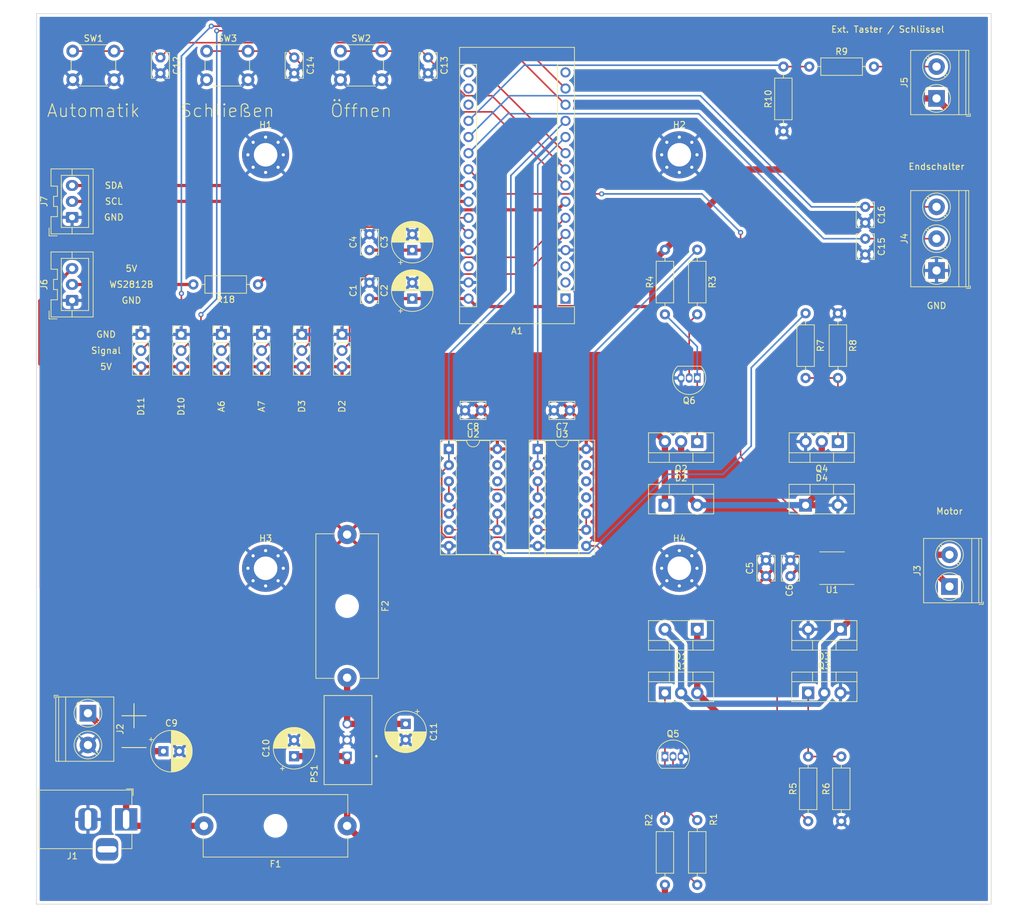
<source format=kicad_pcb>
(kicad_pcb (version 20211014) (generator pcbnew)
  (layers (0 "F.Cu" signal) (31 "B.Cu" signal) (34 "B.Paste" user) (35 "F.Paste" user) (36 "B.SilkS" user "B.Silkscreen") (37 "F.SilkS" user "F.Silkscreen") (38 "B.Mask" user) (39 "F.Mask" user) (44 "Edge.Cuts" user))
  (net 0 "")
  (net 6 "GND")
  (net 7 "/D2_ext")
  (net 8 "/D3_ext")
  (net 9 "/D10_ext")
  (net 10 "/Signal")
  (net 11 "/LED")
  (net 12 "/SDA")
  (net 13 "/D11_ext")
  (net 14 "/A6_ext")
  (net 15 "/Q1")
  (net 16 "+5V")
  (net 17 "/Q2")
  (net 19 "/A7_ext")
  (net 20 "/Current_measure")
  (net 21 "/SCL")
  (net 24 "Net-(C6-Pad1)")
  (net 25 "Net-(Q1-Pad1)")
  (net 26 "Net-(Q2-Pad1)")
  (net 27 "+12V")
  (net 28 "Net-(Q3-Pad1)")
  (net 29 "Net-(Q4-Pad1)")
  (net 30 "Net-(J5-Pad2)")
  (net 31 "Net-(C9-Pad1)")
  (net 32 "Net-(C11-Pad1)")
  (net 33 "/Endschalter_02")
  (net 34 "/Endschalter_01")
  (net 35 "/Tor_Signal")
  (net 36 "Net-(J6-Pad2)")
  (net 37 "Net-(Q5-Pad2)")
  (net 38 "Net-(Q6-Pad2)")
  (net 39 "/close")
  (net 40 "/open")
  (net 41 "Net-(D2-Pad2)")
  (net 42 "/IP+")
  (net 43 "/IP-")
  (net 44 "/Close_Door")
  (net 45 "/Open_Door")
  (net 46 "Net-(U2-Pad10)")
  (net 47 "Net-(U2-Pad3)")
  (net 51 "Net-(U3-Pad10)")
  (net 52 "Net-(U3-Pad3)")
  (net 56 "+5VL")
  (footprint "Resistor_THT:R_Axial_DIN0207_L6.3mm_D2.5mm_P10.16mm_Horizontal" (layer "F.Cu") (at 156.0322 65.4352 -90)
    (fp_text reference "R8")
    (fp_text value "10k")
  )
  (footprint "Connector_BarrelJack:BarrelJack_Horizontal" (layer "F.Cu") (at 44.2016 144.9909)
    (fp_text reference "J1")
    (fp_text value "Jack-DC")
  )
  (footprint "Connector_JST:JST_XA_B03B-XASK-1_1x03_P2.50mm_Vertical" (layer "F.Cu") (at 35.7124 50.339 90)
    (fp_text reference "J7")
    (fp_text value "I2C")
  )
  (footprint "Capacitor_THT:C_Disc_D3.8mm_W2.6mm_P2.50mm" (layer "F.Cu") (at 70.61296 25.2114 -90)
    (fp_text reference "C14")
    (fp_text value "100nF")
  )
  (footprint "TSR:CONV_TSR_2-2450" (layer "F.Cu") (at 79.0578 132.5118 90)
    (fp_text reference "PS1")
    (fp_text value "TSR_2-2450")
  )
  (footprint "Package_SO:SOIC-8_3.9x4.9mm_P1.27mm" (layer "F.Cu") (at 155.1178 105.494 180)
    (fp_text reference "U1")
    (fp_text value "ACS712xLCTR-30A")
  )
  (footprint "Package_DIP:DIP-14_W7.62mm_Socket" (layer "F.Cu") (at 108.86715 86.7614)
    (fp_text reference "U3")
    (fp_text value "74HCT00")
  )
  (footprint "Capacitor_THT:C_Disc_D3.8mm_W2.6mm_P2.50mm" (layer "F.Cu") (at 160.3248 53.6994 -90)
    (fp_text reference "C15")
    (fp_text value "100nF")
  )
  (footprint "MountingHole:MountingHole_3.7mm_Pad_Via" (layer "F.Cu") (at 131.1148 105.5116)
    (fp_text reference "H4")
    (fp_text value "MountingHole_Pad")
  )
  (footprint "Capacitor_THT:C_Disc_D3.8mm_W2.6mm_P2.50mm" (layer "F.Cu") (at 144.7292 106.744 90)
    (fp_text reference "C5")
    (fp_text value "100nF")
  )
  (footprint "Connector_PinHeader_2.54mm:PinHeader_1x03_P2.54mm_Vertical" (layer "F.Cu") (at 59.16676 68.7474)
    (fp_text reference "J10")
    (fp_text value "Conn_01x03_Male")
  )
  (footprint "Resistor_THT:R_Axial_DIN0207_L6.3mm_D2.5mm_P10.16mm_Horizontal" (layer "F.Cu") (at 147.4644 36.8084 90)
    (fp_text reference "R10")
    (fp_text value "3.3k")
  )
  (footprint "Capacitor_THT:C_Disc_D3.8mm_W2.6mm_P2.50mm" (layer "F.Cu") (at 148.5646 106.744 90)
    (fp_text reference "C6")
    (fp_text value "1nF")
  )
  (footprint "Package_DIP:DIP-14_W7.62mm_Socket" (layer "F.Cu") (at 94.90715 86.7614)
    (fp_text reference "U2")
    (fp_text value "74HCT00")
  )
  (footprint "Connector_PinHeader_2.54mm:PinHeader_1x03_P2.54mm_Vertical" (layer "F.Cu") (at 52.84724 68.7474)
    (fp_text reference "J9")
    (fp_text value "Conn_01x03_Male")
  )
  (footprint "Capacitor_THT:C_Disc_D3.8mm_W2.6mm_P2.50mm" (layer "F.Cu") (at 160.3248 48.6994 -90)
    (fp_text reference "C16")
    (fp_text value "100nF")
  )
  (footprint "Capacitor_THT:C_Disc_D3.8mm_W2.6mm_P2.50mm" (layer "F.Cu") (at 49.58272 25.2114 -90)
    (fp_text reference "C12")
    (fp_text value "100nF")
  )
  (footprint "TerminalBlock_Phoenix:TerminalBlock_Phoenix_PT-1,5-2-5.0-H_1x02_P5.00mm_Horizontal" (layer "F.Cu") (at 171.5262 31.6484 90)
    (fp_text reference "J5")
    (fp_text value "Screw_Terminal_01x02")
  )
  (footprint "Resistor_THT:R_Axial_DIN0207_L6.3mm_D2.5mm_P10.16mm_Horizontal" (layer "F.Cu") (at 150.9522 65.4352 -90)
    (fp_text reference "R7")
    (fp_text value "1k")
  )
  (footprint "Resistor_THT:R_Axial_DIN0207_L6.3mm_D2.5mm_P10.16mm_Horizontal" (layer "F.Cu") (at 64.9224 60.8984 180)
    (fp_text reference "R18")
    (fp_text value "220R")
  )
  (footprint "Connector_JST:JST_XA_B03B-XASK-1_1x03_P2.50mm_Vertical" (layer "F.Cu") (at 35.7124 63.3984 90)
    (fp_text reference "J6")
    (fp_text value "LED_Connector")
  )
  (footprint "Capacitor_THT:C_Disc_D3.8mm_W2.6mm_P2.50mm" (layer "F.Cu") (at 82.433 63.119 90)
    (fp_text reference "C1")
    (fp_text value "100nF")
  )
  (footprint "MountingHole:MountingHole_3.7mm_Pad_Via" (layer "F.Cu") (at 66.1148 40.5116)
    (fp_text reference "H1")
    (fp_text value "MountingHole_Pad")
  )
  (footprint "Package_TO_SOT_THT:TO-220-2_Vertical" (layer "F.Cu") (at 150.9522 95.5952)
    (fp_text reference "D4")
    (fp_text value "MBR 1060")
  )
  (footprint "Package_TO_SOT_THT:TO-220-2_Vertical" (layer "F.Cu") (at 128.8542 95.5952)
    (fp_text reference "D2")
    (fp_text value "MBR 1060")
  )
  (footprint "Package_TO_SOT_THT:TO-92_Inline" (layer "F.Cu") (at 133.9342 75.5952 180)
    (fp_text reference "Q6")
    (fp_text value "BC546")
  )
  (footprint "Package_TO_SOT_THT:TO-220-2_Vertical" (layer "F.Cu") (at 133.9342 115.1026 180)
    (fp_text reference "D1")
    (fp_text value "MBR 1060")
  )
  (footprint "MountingHole:MountingHole_3.7mm_Pad_Via" (layer "F.Cu") (at 66.1148 105.5116)
    (fp_text reference "H3")
    (fp_text value "MountingHole_Pad")
  )
  (footprint "Capacitor_THT:CP_Radial_D6.3mm_P2.50mm" (layer "F.Cu") (at 88.1126 129.9718 -90)
    (fp_text reference "C11")
    (fp_text value "10uF")
  )
  (footprint "Package_TO_SOT_THT:TO-220-2_Vertical" (layer "F.Cu") (at 156.4386 115.1026 180)
    (fp_text reference "D3")
    (fp_text value "MBR 1060")
  )
  (footprint "Resistor_THT:R_Axial_DIN0207_L6.3mm_D2.5mm_P10.16mm_Horizontal" (layer "F.Cu") (at 151.3586 145.2626 90)
    (fp_text reference "R5")
    (fp_text value "1k")
  )
  (footprint "Connector_PinHeader_2.54mm:PinHeader_1x03_P2.54mm_Vertical" (layer "F.Cu") (at 71.8058 68.7474)
    (fp_text reference "J11")
    (fp_text value "Conn_01x03_Male")
  )
  (footprint "Fuse:Fuseholder_Cylinder-5x20mm_Schurter_0031_8201_Horizontal_Open" (layer "F.Cu") (at 78.9178 145.9992 180)
    (fp_text reference "F1")
    (fp_text value "Fuse")
  )
  (footprint "Package_TO_SOT_THT:TO-220-3_Vertical" (layer "F.Cu") (at 133.9342 85.5952 180)
    (fp_text reference "Q2")
    (fp_text value "IRF5305")
  )
  (footprint "Fuse:Fuseholder_Cylinder-5x20mm_Schurter_0031_8201_Horizontal_Open" (layer "F.Cu") (at 78.9178 100.2074 -90)
    (fp_text reference "F2")
    (fp_text value "Fuse")
  )
  (footprint "Capacitor_THT:C_Disc_D3.8mm_W2.6mm_P2.50mm" (layer "F.Cu") (at 91.6432 25.2114 -90)
    (fp_text reference "C13")
    (fp_text value "100nF")
  )
  (footprint "Capacitor_THT:CP_Radial_D6.3mm_P2.50mm" (layer "F.Cu") (at 70.5866 135.0518 90)
    (fp_text reference "C10")
    (fp_text value "10uF")
  )
  (footprint "Button_Switch_THT:SW_PUSH_6mm_H4.3mm" (layer "F.Cu") (at 77.87808 24.2114)
    (fp_text reference "SW2")
    (fp_text value "manual_open")
  )
  (footprint "Capacitor_THT:C_Disc_D3.8mm_W2.6mm_P2.50mm" (layer "F.Cu") (at 113.91715 80.7008 180)
    (fp_text reference "C7")
    (fp_text value "100nF")
  )
  (footprint "Button_Switch_THT:SW_PUSH_6mm_H4.3mm" (layer "F.Cu") (at 56.84784 24.2114)
    (fp_text reference "SW3")
    (fp_text value "manual_close")
  )
  (footprint "Connector_PinHeader_2.54mm:PinHeader_1x03_P2.54mm_Vertical" (layer "F.Cu") (at 78.12532 68.7474)
    (fp_text reference "J8")
    (fp_text value "Conn_01x03_Male")
  )
  (footprint "Capacitor_THT:C_Disc_D3.8mm_W2.6mm_P2.50mm" (layer "F.Cu") (at 82.433 55.499 90)
    (fp_text reference "C4")
    (fp_text value "100nF")
  )
  (footprint "Package_TO_SOT_THT:TO-220-3_Vertical" (layer "F.Cu") (at 128.8542 125.1026)
    (fp_text reference "Q1")
    (fp_text value "IRF5305")
  )
  (footprint "Connector_PinHeader_2.54mm:PinHeader_1x03_P2.54mm_Vertical" (layer "F.Cu") (at 65.48628 68.7474)
    (fp_text reference "J13")
    (fp_text value "Conn_01x03_Male")
  )
  (footprint "Capacitor_THT:CP_Radial_D6.3mm_P2.50mm" (layer "F.Cu") (at 89.164 63.119 90)
    (fp_text reference "C2")
    (fp_text value "120uF")
  )
  (footprint "Resistor_THT:R_Axial_DIN0207_L6.3mm_D2.5mm_P10.16mm_Horizontal" (layer "F.Cu") (at 133.9342 55.4352 -90)
    (fp_text reference "R3")
    (fp_text value "1k")
  )
  (footprint "TerminalBlock_Phoenix:TerminalBlock_Phoenix_PT-1,5-2-5.0-H_1x02_P5.00mm_Horizontal" (layer "F.Cu") (at 173.5582 108.3842 90)
    (fp_text reference "J3")
    (fp_text value "Motor_Connection")
  )
  (footprint "TerminalBlock_Phoenix:TerminalBlock_Phoenix_PT-1,5-2-5.0-H_1x02_P5.00mm_Horizontal" (layer "F.Cu") (at 38.2016 128.2954 -90)
    (fp_text reference "J2")
    (fp_text value "Screw_Terminal_01x02")
  )
  (footprint "Package_TO_SOT_THT:TO-92_Inline" (layer "F.Cu") (at 128.8542 135.1026)
    (fp_text reference "Q5")
    (fp_text value "BC546")
  )
  (footprint "Resistor_THT:R_Axial_DIN0207_L6.3mm_D2.5mm_P10.16mm_Horizontal" (layer "F.Cu") (at 151.5284 26.6484)
    (fp_text reference "R9")
    (fp_text value "6.8k")
  )
  (footprint "Package_TO_SOT_THT:TO-220-3_Vertical" (layer "F.Cu") (at 156.0322 85.5952 180)
    (fp_text reference "Q4")
    (fp_text value "IRLZ44N")
  )
  (footprint "Resistor_THT:R_Axial_DIN0207_L6.3mm_D2.5mm_P10.16mm_Horizontal" (layer "F.Cu") (at 133.9342 155.2626 90)
    (fp_text reference "R1")
    (fp_text value "1k")
  )
  (footprint "Package_TO_SOT_THT:TO-220-3_Vertical" (layer "F.Cu") (at 151.3586 125.1026)
    (fp_text reference "Q3")
    (fp_text value "IRLZ44N")
  )
  (footprint "Resistor_THT:R_Axial_DIN0207_L6.3mm_D2.5mm_P10.16mm_Horizontal" (layer "F.Cu") (at 128.8542 65.5952 90)
    (fp_text reference "R4")
    (fp_text value "10k")
  )
  (footprint "Connector_PinHeader_2.54mm:PinHeader_1x03_P2.54mm_Vertical" (layer "F.Cu") (at 46.52772 68.7474)
    (fp_text reference "J12")
    (fp_text value "Conn_01x03_Male")
  )
  (footprint "Capacitor_THT:CP_Radial_D6.3mm_P2.50mm" (layer "F.Cu") (at 89.164 55.499 90)
    (fp_text reference "C3")
    (fp_text value "120uF")
  )
  (footprint "Module:Arduino_Nano" (layer "F.Cu") (at 113.2332 63.119 180)
    (fp_text reference "A1")
    (fp_text value "Arduino_Nano_v3.x")
  )
  (footprint "TerminalBlock_Phoenix:TerminalBlock_Phoenix_PT-1,5-3-5.0-H_1x03_P5.00mm_Horizontal" (layer "F.Cu") (at 171.5262 58.6994 90)
    (fp_text reference "J4")
    (fp_text value "Screw_Terminal_01x03")
  )
  (footprint "Button_Switch_THT:SW_PUSH_6mm_H4.3mm" (layer "F.Cu") (at 35.8176 24.2114)
    (fp_text reference "SW1")
    (fp_text value "Door_PCB")
  )
  (footprint "Capacitor_THT:CP_Radial_D6.3mm_P2.50mm" (layer "F.Cu") (at 50.0634 134.2644)
    (fp_text reference "C9")
    (fp_text value "47uF")
  )
  (footprint "MountingHole:MountingHole_3.7mm_Pad_Via" (layer "F.Cu") (at 131.1148 40.5116)
    (fp_text reference "H2")
    (fp_text value "MountingHole_Pad")
  )
  (footprint "Capacitor_THT:C_Disc_D3.8mm_W2.6mm_P2.50mm" (layer "F.Cu") (at 99.95715 80.7008 180)
    (fp_text reference "C8")
    (fp_text value "100nF")
  )
  (footprint "Resistor_THT:R_Axial_DIN0207_L6.3mm_D2.5mm_P10.16mm_Horizontal" (layer "F.Cu") (at 156.5656 145.2626 90)
    (fp_text reference "R6")
    (fp_text value "10k")
  )
  (footprint "Resistor_THT:R_Axial_DIN0207_L6.3mm_D2.5mm_P10.16mm_Horizontal" (layer "F.Cu") (at 128.8542 145.1026 -90)
    (fp_text reference "R2")
    (fp_text value "10k")
  )
  (gr_line (start 180.1114 158.3182) (end 180.1114 18.3182) (layer "Edge.Cuts") (width 0.1))
  (gr_line (start 180.1114 18.3182) (end 30.1114 18.3182) (layer "Edge.Cuts") (width 0.1))
  (gr_line (start 30.1114 18.3182) (end 30.1114 158.3182) (layer "Edge.Cuts") (width 0.1))
  (gr_line (start 30.1114 158.3182) (end 180.1114 158.3182) (layer "Edge.Cuts") (width 0.1))
  (gr_text "+" (at 45.4406 128.2954) (layer "F.SilkS") (effects (font (size 5 5))))
  (gr_text "A7" (at 65.48628 80.060799 90) (layer "F.SilkS") (effects (font (size 1 1))))
  (gr_text "D3" (at 71.8058 80.0608 90) (layer "F.SilkS") (effects (font (size 1 1))))
  (gr_text "Öffnen" (at 81.12808 33.5788) (layer "F.SilkS") (effects (font (size 2 2))))
  (gr_text "A6" (at 59.16676 80.060799 90) (layer "F.SilkS") (effects (font (size 1 1))))
  (gr_text "Automatik" (at 39.0676 33.5788) (layer "F.SilkS") (effects (font (size 2 2))))
  (gr_text "Motor" (at 173.5582 96.5454) (layer "F.SilkS") (effects (font (size 1 1))))
  (gr_text "Signal" (at 41.0464 71.2874) (layer "F.SilkS") (effects (font (size 1 1))))
  (gr_text "D10" (at 52.84724 80.060799 90) (layer "F.SilkS") (effects (font (size 1 1))))
  (gr_text "SDA" (at 42.2656 45.339) (layer "F.SilkS") (effects (font (size 1 1))))
  (gr_text "GND" (at 41.0464 68.7474) (layer "F.SilkS") (effects (font (size 1 1))))
  (gr_text "WS2812B" (at 45.0342 60.8984) (layer "F.SilkS") (effects (font (size 1 1))))
  (gr_text "D11" (at 46.52772 80.060799 90) (layer "F.SilkS") (effects (font (size 1 1))))
  (gr_text "SCL\n" (at 42.2656 47.839) (layer "F.SilkS") (effects (font (size 1 1))))
  (gr_text "GND" (at 45.0342 63.3984) (layer "F.SilkS") (effects (font (size 1 1))))
  (gr_text "Schließen" (at 60.09784 33.5788) (layer "F.SilkS") (effects (font (size 2 2))))
  (gr_text "Endschalter" (at 171.5262 42.3672) (layer "F.SilkS") (effects (font (size 1 1))))
  (gr_text "5V" (at 41.0464 73.8274) (layer "F.SilkS") (effects (font (size 1 1))))
  (gr_text "D2" (at 78.12532 80.0608 90) (layer "F.SilkS") (effects (font (size 1 1))))
  (gr_text "GND" (at 171.5262 64.2366) (layer "F.SilkS") (effects (font (size 1 1))))
  (gr_text "-" (at 45.4406 133.2954) (layer "F.SilkS") (effects (font (size 5 5))))
  (gr_text "5V" (at 45.0342 58.3984) (layer "F.SilkS") (effects (font (size 1 1))))
  (gr_text "Ext. Taster / Schlüssel" (at 163.870247 20.8026) (layer "F.SilkS") (effects (font (size 1 1))))
  (gr_text "GND" (at 42.2656 50.339) (layer "F.SilkS") (effects (font (size 1 1))))
  (segment (start 149.2196 103.589) (end 148.5646 104.244) (width 0.5) (layer "F.Cu") (net 6))
  (segment (start 152.6428 103.589) (end 149.2196 103.589) (width 0.5) (layer "F.Cu") (net 6))
  (segment (start 106.9594 59.2328) (end 113.2332 52.959) (width 0.25) (layer "F.Cu") (net 7))
  (segment (start 82.1436 59.2582) (end 106.9594 59.2582) (width 0.25) (layer "F.Cu") (net 7))
  (segment (start 106.9594 59.2582) (end 106.9594 59.2328) (width 0.25) (layer "F.Cu") (net 7))
  (segment (start 79.299831 70.112889) (end 79.299831 62.101969) (width 0.25) (layer "F.Cu") (net 7))
  (segment (start 78.12532 71.2874) (end 79.299831 70.112889) (width 0.25) (layer "F.Cu") (net 7))
  (segment (start 79.299831 62.101969) (end 82.1436 59.2582) (width 0.25) (layer "F.Cu") (net 7))
  (segment (start 72.980311 67.785771) (end 72.980311 70.112889) (width 0.25) (layer "F.Cu") (net 8))
  (segment (start 72.980311 70.112889) (end 71.8058 71.2874) (width 0.25) (layer "F.Cu") (net 8))
  (segment (start 113.2332 50.419) (end 107.028689 56.623511) (width 0.25) (layer "F.Cu") (net 8))
  (segment (start 82.904882 57.8612) (end 72.980311 67.785771) (width 0.25) (layer "F.Cu") (net 8))
  (segment (start 93.160289 56.623511) (end 91.9226 57.8612) (width 0.25) (layer "F.Cu") (net 8))
  (segment (start 91.9226 57.8612) (end 82.904882 57.8612) (width 0.25) (layer "F.Cu") (net 8))
  (segment (start 107.028689 56.623511) (end 93.160289 56.623511) (width 0.25) (layer "F.Cu") (net 8))
  (segment (start 101.6133 21.0191) (end 58.434979 21.0191) (width 0.25) (layer "F.Cu") (net 9))
  (segment (start 55.9562 68.17844) (end 52.84724 71.2874) (width 0.25) (layer "F.Cu") (net 9))
  (segment (start 102.0064 21.4122) (end 101.6133 21.0191) (width 0.25) (layer "F.Cu") (net 9))
  (segment (start 55.9562 65.6336) (end 55.9562 68.17844) (width 0.25) (layer "F.Cu") (net 9))
  (segment (start 113.2332 32.639) (end 102.0064 21.4122) (width 0.25) (layer "F.Cu") (net 9))
  (via (at 58.434979 21.0191) (size 0.8) (drill 0.4) (layers "F.Cu" "B.Cu") (net 9))
  (via (at 55.9562 65.6336) (size 0.8) (drill 0.4) (layers "F.Cu" "B.Cu") (net 9))
  (segment (start 58.434979 21.0191) (end 58.434979 63.154821) (width 0.25) (layer "B.Cu") (net 9))
  (segment (start 58.434979 63.154821) (end 55.9562 65.6336) (width 0.25) (layer "B.Cu") (net 9))
  (segment (start 113.2332 40.259) (end 95.861089 22.886889) (width 0.25) (layer "F.Cu") (net 10))
  (segment (start 48.58272 24.2114) (end 49.58272 25.2114) (width 0.25) (layer "F.Cu") (net 10))
  (segment (start 35.8176 24.2114) (end 48.58272 24.2114) (width 0.25) (layer "F.Cu") (net 10))
  (segment (start 51.907231 22.886889) (end 49.58272 25.2114) (width 0.25) (layer "F.Cu") (net 10))
  (segment (start 95.861089 22.886889) (end 51.907231 22.886889) (width 0.25) (layer "F.Cu") (net 10))
  (segment (start 64.9224 60.8984) (end 76.651311 49.169489) (width 0.5) (layer "F.Cu") (net 11))
  (segment (start 111.942711 49.169489) (end 113.2332 47.879) (width 0.5) (layer "F.Cu") (net 11))
  (segment (start 76.651311 49.169489) (end 111.942711 49.169489) (width 0.5) (layer "F.Cu") (net 11))
  (segment (start 97.9932 45.339) (end 35.7124 45.339) (width 0.5) (layer "F.Cu") (net 12))
  (segment (start 52.8828 64.93232) (end 46.52772 71.2874) (width 0.25) (layer "F.Cu") (net 13))
  (segment (start 103.4288 20.2946) (end 57.5818 20.2946) (width 0.25) (layer "F.Cu") (net 13))
  (segment (start 113.2332 30.099) (end 103.4288 20.2946) (width 0.25) (layer "F.Cu") (net 13))
  (segment (start 52.8828 62.3062) (end 52.8828 64.93232) (width 0.25) (layer "F.Cu") (net 13))
  (via (at 57.5818 20.2946) (size 0.8) (drill 0.4) (layers "F.Cu" "B.Cu") (net 13))
  (via (at 52.8828 62.3062) (size 0.8) (drill 0.4) (layers "F.Cu" "B.Cu") (net 13))
  (segment (start 52.8828 24.9936) (end 57.5818 20.2946) (width 0.25) (layer "B.Cu") (net 13))
  (segment (start 52.8828 62.3062) (end 52.8828 24.9936) (width 0.25) (layer "B.Cu") (net 13))
  (segment (start 78.713882 50.419) (end 97.9932 50.419) (width 0.25) (layer "F.Cu") (net 14))
  (segment (start 73.08348 57.37068) (end 73.08348 56.049402) (width 0.25) (layer "F.Cu") (net 14))
  (segment (start 73.08348 56.049402) (end 78.713882 50.419) (width 0.25) (layer "F.Cu") (net 14))
  (segment (start 59.16676 71.2874) (end 73.08348 57.37068) (width 0.25) (layer "F.Cu") (net 14))
  (segment (start 105.02675 93.1418) (end 108.86715 89.3014) (width 0.25) (layer "F.Cu") (net 15))
  (segment (start 108.86715 86.7614) (end 108.86715 89.3014) (width 0.25) (layer "F.Cu") (net 15))
  (segment (start 98.68675 93.1418) (end 105.02675 93.1418) (width 0.25) (layer "F.Cu") (net 15))
  (segment (start 94.90715 96.9214) (end 98.68675 93.1418) (width 0.25) (layer "F.Cu") (net 15))
  (segment (start 108.86715 42.08505) (end 108.86715 89.3014) (width 0.25) (layer "B.Cu") (net 15))
  (segment (start 113.2332 37.719) (end 108.86715 42.08505) (width 0.25) (layer "B.Cu") (net 15))
  (segment (start 82.433 55.499) (end 97.9932 55.499) (width 0.5) (layer "F.Cu") (net 16))
  (segment (start 93.782639 99.927189) (end 94.49025 100.6348) (width 0.25) (layer "F.Cu") (net 17))
  (segment (start 94.90715 89.3014) (end 93.782639 90.425911) (width 0.25) (layer "F.Cu") (net 17))
  (segment (start 105.15375 100.6348) (end 108.86715 96.9214) (width 0.25) (layer "F.Cu") (net 17))
  (segment (start 94.49025 100.6348) (end 105.15375 100.6348) (width 0.25) (layer "F.Cu") (net 17))
  (segment (start 94.90715 86.7614) (end 94.90715 89.3014) (width 0.25) (layer "F.Cu") (net 17))
  (segment (start 93.782639 90.425911) (end 93.782639 99.927189) (width 0.25) (layer "F.Cu") (net 17))
  (segment (start 113.2332 35.179) (end 104.648 43.7642) (width 0.25) (layer "B.Cu") (net 17))
  (segment (start 104.648 43.7642) (end 104.648 62.0776) (width 0.25) (layer "B.Cu") (net 17))
  (segment (start 104.648 62.0776) (end 94.90715 71.81845) (width 0.25) (layer "B.Cu") (net 17))
  (segment (start 94.90715 71.81845) (end 94.90715 89.3014) (width 0.25) (layer "B.Cu") (net 17))
  (segment (start 73.533 63.24068) (end 65.48628 71.2874) (width 0.25) (layer "F.Cu") (net 19))
  (segment (start 73.533 56.2356) (end 73.533 63.24068) (width 0.25) (layer "F.Cu") (net 19))
  (segment (start 97.9932 52.959) (end 96.908689 51.874489) (width 0.25) (layer "F.Cu") (net 19))
  (segment (start 96.908689 51.874489) (end 77.894111 51.874489) (width 0.25) (layer "F.Cu") (net 19))
  (segment (start 77.894111 51.874489) (end 73.533 56.2356) (width 0.25) (layer "F.Cu") (net 19))
  (segment (start 101.854 46.6598) (end 97.9932 42.799) (width 0.25) (layer "F.Cu") (net 20))
  (segment (start 153.94232 101.18652) (end 140.7414 87.9856) (width 0.25) (layer "F.Cu") (net 20))
  (segment (start 140.7414 87.9856) (end 140.7414 52.7304) (width 0.25) (layer "F.Cu") (net 20))
  (segment (start 153.94232 105.205552) (end 153.94232 101.18652) (width 0.25) (layer "F.Cu") (net 20))
  (segment (start 152.6428 106.129) (end 153.018872 106.129) (width 0.25) (layer "F.Cu") (net 20))
  (segment (start 118.8974 46.6598) (end 101.854 46.6598) (width 0.25) (layer "F.Cu") (net 20))
  (segment (start 153.018872 106.129) (end 153.94232 105.205552) (width 0.25) (layer "F.Cu") (net 20))
  (via (at 118.8974 46.6598) (size 0.8) (drill 0.4) (layers "F.Cu" "B.Cu") (net 20))
  (via (at 140.7414 52.7304) (size 0.8) (drill 0.4) (layers "F.Cu" "B.Cu") (net 20))
  (segment (start 140.7414 52.7304) (end 134.6708 46.6598) (width 0.25) (layer "B.Cu") (net 20))
  (segment (start 134.6708 46.6598) (end 118.8974 46.6598) (width 0.25) (layer "B.Cu") (net 20))
  (segment (start 97.9532 47.839) (end 97.9932 47.879) (width 0.5) (layer "F.Cu") (net 21))
  (segment (start 35.7124 47.839) (end 97.9532 47.839) (width 0.5) (layer "F.Cu") (net 21))
  (segment (start 152.6428 104.859) (end 150.4496 104.859) (width 0.5) (layer "F.Cu") (net 24))
  (segment (start 150.4496 104.859) (end 148.5646 106.744) (width 0.5) (layer "F.Cu") (net 24))
  (segment (start 128.8542 135.1026) (end 128.8542 145.1026) (width 0.25) (layer "F.Cu") (net 25))
  (segment (start 128.8542 135.1026) (end 128.8542 125.1026) (width 0.25) (layer "F.Cu") (net 25))
  (segment (start 133.9342 75.5952) (end 133.9342 85.5952) (width 0.25) (layer "F.Cu") (net 26))
  (segment (start 133.9342 70.6752) (end 128.8542 65.5952) (width 0.25) (layer "B.Cu") (net 26))
  (segment (start 133.9342 75.5952) (end 133.9342 70.6752) (width 0.25) (layer "B.Cu") (net 26))
  (segment (start 128.8542 85.5952) (end 126.873 83.614) (width 1) (layer "F.Cu") (net 27))
  (segment (start 126.873 83.614) (end 126.873 64.3636) (width 1) (layer "F.Cu") (net 27))
  (segment (start 126.868089 64.368511) (end 126.873 64.3636) (width 0.5) (layer "F.Cu") (net 27))
  (segment (start 137.9982 157.2006) (end 137.9982 129.1666) (width 1) (layer "F.Cu") (net 27))
  (segment (start 78.9178 145.9992) (end 78.9178 135.0518) (width 1) (layer "F.Cu") (net 27))
  (segment (start 70.5866 135.0518) (end 78.9178 135.0518) (width 1) (layer "F.Cu") (net 27))
  (segment (start 177.4952 140.6144) (end 177.4952 37.6174) (width 1) (layer "F.Cu") (net 27))
  (segment (start 97.9932 63.119) (end 99.242711 64.368511) (width 0.5) (layer "F.Cu") (net 27))
  (segment (start 133.9342 125.1026) (end 133.9342 115.1026) (width 1) (layer "F.Cu") (net 27))
  (segment (start 137.9982 129.1666) (end 133.9342 125.1026) (width 1) (layer "F.Cu") (net 27))
  (segment (start 156.2862 42.8244) (end 167.4622 31.6484) (width 1) (layer "F.Cu") (net 27))
  (segment (start 128.8542 157.2006) (end 90.1192 157.2006) (width 1) (layer "F.Cu") (net 27))
  (segment (start 167.4622 31.6484) (end 171.5262 31.6484) (width 1) (layer "F.Cu") (net 27))
  (segment (start 128.8542 55.4352) (end 141.465 42.8244) (width 1) (layer "F.Cu") (net 27))
  (segment (start 141.465 42.8244) (end 156.2862 42.8244) (width 1) (layer "F.Cu") (net 27))
  (segment (start 177.4952 37.6174) (end 171.5262 31.6484) (width 1) (layer "F.Cu") (net 27))
  (segment (start 90.1192 157.2006) (end 78.9178 145.9992) (width 1) (layer "F.Cu") (net 27))
  (segment (start 128.8542 95.5952) (end 128.8542 85.5952) (width 1) (layer "F.Cu") (net 27))
  (segment (start 128.8542 155.2626) (end 128.8542 157.2006) (width 1) (layer "F.Cu") (net 27))
  (segment (start 126.873 64.3636) (end 126.873 57.4164) (width 1) (layer "F.Cu") (net 27))
  (segment (start 160.909 157.2006) (end 177.4952 140.6144) (width 1) (layer "F.Cu") (net 27))
  (segment (start 99.242711 64.368511) (end 126.868089 64.368511) (width 0.5) (layer "F.Cu") (net 27))
  (segment (start 126.873 57.4164) (end 128.8542 55.4352) (width 1) (layer "F.Cu") (net 27))
  (segment (start 82.433 63.119) (end 97.9932 63.119) (width 0.5) (layer "F.Cu") (net 27))
  (segment (start 137.9982 157.2006) (end 160.909 157.2006) (width 1) (layer "F.Cu") (net 27))
  (segment (start 137.9982 157.2006) (end 128.8542 157.2006) (width 1) (layer "F.Cu") (net 27))
  (segment (start 151.3586 135.1026) (end 151.3586 125.1026) (width 0.25) (layer "F.Cu") (net 28))
  (segment (start 156.5656 135.1026) (end 151.3586 135.1026) (width 0.25) (layer "F.Cu") (net 28))
  (segment (start 156.0322 75.5952) (end 156.0322 85.5952) (width 0.25) (layer "F.Cu") (net 29))
  (segment (start 150.9522 75.5952) (end 156.0322 75.5952) (width 0.25) (layer "F.Cu") (net 29))
  (segment (start 171.5262 26.6484) (end 161.6884 26.6484) (width 0.25) (layer "F.Cu") (net 30))
  (segment (start 44.2016 134.2954) (end 44.2016 144.9909) (width 1) (layer "F.Cu") (net 31))
  (segment (start 56.4178 145.9992) (end 45.2099 145.9992) (width 1) (layer "F.Cu") (net 31))
  (segment (start 44.2326 134.2644) (end 44.2016 134.2954) (width 1) (layer "F.Cu") (net 31))
  (segment (start 45.2099 145.9992) (end 44.2016 144.9909) (width 1) (layer "F.Cu") (net 31))
  (segment (start 50.0634 134.2644) (end 44.2326 134.2644) (width 1) (layer "F.Cu") (net 31))
  (segment (start 38.2016 128.2954) (end 44.2016 134.2954) (width 1) (layer "F.Cu") (net 31))
  (segment (start 78.9178 129.9718) (end 88.1126 129.9718) (width 1) (layer "F.Cu") (net 32))
  (segment (start 78.9178 129.9718) (end 78.9178 122.7074) (width 1) (layer "F.Cu") (net 32))
  (segment (start 160.3248 53.6994) (end 171.5262 53.6994) (width 0.25) (layer "F.Cu") (net 33))
  (segment (start 134.155889 34.054489) (end 153.8008 53.6994) (width 0.25) (layer "B.Cu") (net 33))
  (segment (start 104.197711 34.054489) (end 134.155889 34.054489) (width 0.25) (layer "B.Cu") (net 33))
  (segment (start 153.8008 53.6994) (end 160.3248 53.6994) (width 0.25) (layer "B.Cu") (net 33))
  (segment (start 97.9932 40.259) (end 104.197711 34.054489) (width 0.25) (layer "B.Cu") (net 33))
  (segment (start 171.5262 48.6994) (end 160.3248 48.6994) (width 0.25) (layer "F.Cu") (net 34))
  (segment (start 134.398311 31.223511) (end 151.8742 48.6994) (width 0.25) (layer "B.Cu") (net 34))
  (segment (start 151.8742 48.6994) (end 160.3248 48.6994) (width 0.25) (layer "B.Cu") (net 34))
  (segment (start 97.9932 37.719) (end 104.488689 31.223511) (width 0.25) (layer "B.Cu") (net 34))
  (segment (start 104.488689 31.223511) (end 134.398311 31.223511) (width 0.25) (layer "B.Cu") (net 34))
  (segment (start 151.5284 26.6484) (end 147.4644 26.6484) (width 0.25) (layer "F.Cu") (net 35))
  (segment (start 106.737711 26.434489) (end 147.250489 26.434489) (width 0.25) (layer "B.Cu") (net 35))
  (segment (start 147.250489 26.434489) (end 147.4644 26.6484) (width 0.25) (layer "B.Cu") (net 35))
  (segment (start 97.9932 35.179) (end 106.737711 26.434489) (width 0.25) (layer "B.Cu") (net 35))
  (segment (start 54.7624 60.8984) (end 35.7124 60.8984) (width 0.5) (layer "F.Cu") (net 36))
  (segment (start 130.1242 135.1026) (end 130.1242 141.2926) (width 0.25) (layer "F.Cu") (net 37))
  (segment (start 130.1242 141.2926) (end 133.9342 145.1026) (width 0.25) (layer "F.Cu") (net 37))
  (segment (start 132.6642 66.8652) (end 133.9342 65.5952) (width 0.25) (layer "F.Cu") (net 38))
  (segment (start 132.6642 75.5952) (end 132.6642 66.8652) (width 0.25) (layer "F.Cu") (net 38))
  (segment (start 70.61296 25.2114) (end 79.165071 33.763511) (width 0.25) (layer "F.Cu") (net 39))
  (segment (start 69.61296 24.2114) (end 70.61296 25.2114) (width 0.25) (layer "F.Cu") (net 39))
  (segment (start 56.84784 24.2114) (end 69.61296 24.2114) (width 0.25) (layer "F.Cu") (net 39))
  (segment (start 79.165071 33.763511) (end 101.657711 33.763511) (width 0.25) (layer "F.Cu") (net 39))
  (segment (start 101.657711 33.763511) (end 113.2332 45.339) (width 0.25) (layer "F.Cu") (net 39))
  (segment (start 91.6432 25.3393) (end 97.527411 31.223511) (width 0.25) (layer "F.Cu") (net 40))
  (segment (start 97.527411 31.223511) (end 101.657711 31.223511) (width 0.25) (layer "F.Cu") (net 40))
  (segment (start 77.87808 24.2114) (end 90.6432 24.2114) (width 0.25) (layer "F.Cu") (net 40))
  (segment (start 91.6432 25.2114) (end 91.6432 25.3393) (width 0.25) (layer "F.Cu") (net 40))
  (segment (start 90.6432 24.2114) (end 91.6432 25.2114) (width 0.25) (layer "F.Cu") (net 40))
  (segment (start 101.657711 31.223511) (end 113.2332 42.799) (width 0.25) (layer "F.Cu") (net 40))
  (segment (start 131.3942 85.5952) (end 131.3942 93.0552) (width 1) (layer "F.Cu") (net 41))
  (segment (start 131.3942 93.0552) (end 133.9342 95.5952) (width 1) (layer "F.Cu") (net 41))
  (segment (start 160.7412 103.3842) (end 173.5582 103.3842) (width 1) (layer "F.Cu") (net 41))
  (segment (start 150.9522 95.5952) (end 152.9522 95.5952) (width 1) (layer "F.Cu") (net 41))
  (segment (start 153.4922 85.5952) (end 153.4922 93.0552) (width 1) (layer "F.Cu") (net 41))
  (segment (start 153.4922 93.0552) (end 150.9522 95.5952) (width 1) (layer "F.Cu") (net 41))
  (segment (start 152.9522 95.5952) (end 160.7412 103.3842) (width 1) (layer "F.Cu") (net 41))
  (segment (start 133.9342 95.5952) (end 150.9522 95.5952) (width 1) (layer "B.Cu") (net 41))
  (segment (start 157.5928 106.129) (end 157.5928 113.9484) (width 1) (layer "F.Cu") (net 42))
  (segment (start 157.5928 113.9484) (end 156.4386 115.1026) (width 1) (layer "F.Cu") (net 42))
  (segment (start 153.8986 117.6426) (end 156.4386 115.1026) (width 1) (layer "B.Cu") (net 42))
  (segment (start 128.8542 115.1026) (end 131.3942 117.6426) (width 1) (layer "B.Cu") (net 42))
  (segment (start 153.8986 125.1026) (end 153.8986 117.6426) (width 1) (layer "B.Cu") (net 42))
  (segment (start 153.8986 125.914122) (end 153.010611 126.802111) (width 1) (layer "B.Cu") (net 42))
  (segment (start 153.8986 125.1026) (end 153.8986 125.914122) (width 1) (layer "B.Cu") (net 42))
  (segment (start 153.010611 126.802111) (end 133.093711 126.802111) (width 1) (layer "B.Cu") (net 42))
  (segment (start 133.093711 126.802111) (end 131.3942 125.1026) (width 1) (layer "B.Cu") (net 42))
  (segment (start 131.3942 117.6426) (end 131.3942 125.1026) (width 1) (layer "B.Cu") (net 42))
  (segment (start 157.5928 104.859) (end 157.5928 103.589) (width 1) (layer "F.Cu") (net 43))
  (segment (start 157.5928 103.589) (end 157.5928 103.821) (width 1) (layer "F.Cu") (net 43))
  (segment (start 173.5582 108.3842) (end 170.033 104.859) (width 1) (layer "F.Cu") (net 43))
  (segment (start 157.5928 103.821) (end 158.6308 104.859) (width 1) (layer "F.Cu") (net 43))
  (segment (start 170.033 104.859) (end 158.6308 104.859) (width 1) (layer "F.Cu") (net 43))
  (segment (start 158.6308 104.859) (end 157.5928 104.859) (width 1) (layer "F.Cu") (net 43))
  (segment (start 133.9342 155.2626) (end 102.52715 123.85555) (width 0.25) (layer "F.Cu") (net 44))
  (segment (start 102.52715 123.85555) (end 102.52715 102.0014) (width 0.25) (layer "F.Cu") (net 44))
  (segment (start 137.9728 90.7288) (end 142.4178 86.2838) (width 0.25) (layer "B.Cu") (net 44))
  (segment (start 102.52715 102.0014) (end 103.651661 103.125911) (width 0.25) (layer "B.Cu") (net 44))
  (segment (start 116.952939 103.125911) (end 129.35005 90.7288) (width 0.25) (layer "B.Cu") (net 44))
  (segment (start 142.4178 86.2838) (end 142.4178 73.9696) (width 0.25) (layer "B.Cu") (net 44))
  (segment (start 142.4178 73.9696) (end 150.9522 65.4352) (width 0.25) (layer "B.Cu") (net 44))
  (segment (start 129.35005 90.7288) (end 137.9728 90.7288) (width 0.25) (layer "B.Cu") (net 44))
  (segment (start 103.651661 103.125911) (end 116.952939 103.125911) (width 0.25) (layer "B.Cu") (net 44))
  (segment (start 146.4818 114.8334) (end 146.4818 140.3858) (width 0.25) (layer "F.Cu") (net 45))
  (segment (start 127.637778 111.4552) (end 143.1036 111.4552) (width 0.25) (layer "F.Cu") (net 45))
  (segment (start 116.48715 102.0014) (end 118.183978 102.0014) (width 0.25) (layer "F.Cu") (net 45))
  (segment (start 118.183978 102.0014) (end 127.637778 111.4552) (width 0.25) (layer "F.Cu") (net 45))
  (segment (start 143.1036 111.4552) (end 146.4818 114.8334) (width 0.25) (layer "F.Cu") (net 45))
  (segment (start 146.4818 140.3858) (end 151.3586 145.2626) (width 0.25) (layer "F.Cu") (net 45))
  (segment (start 116.48715 102.0014) (end 117.611661 100.876889) (width 0.25) (layer "B.Cu") (net 45))
  (segment (start 117.611661 71.757739) (end 133.9342 55.4352) (width 0.25) (layer "B.Cu") (net 45))
  (segment (start 117.611661 100.876889) (end 117.611661 71.757739) (width 0.25) (layer "B.Cu") (net 45))
  (segment (start 102.52715 96.9214) (end 102.52715 99.4614) (width 0.25) (layer "F.Cu") (net 46))
  (segment (start 102.52715 99.4614) (end 94.90715 99.4614) (width 0.25) (layer "F.Cu") (net 46))
  (segment (start 94.90715 91.8414) (end 94.90715 94.3814) (width 0.25) (layer "F.Cu") (net 47))
  (segment (start 116.48715 96.9214) (end 116.48715 99.4614) (width 0.25) (layer "F.Cu") (net 51))
  (segment (start 116.48715 99.4614) (end 108.86715 99.4614) (width 0.25) (layer "F.Cu") (net 51))
  (segment (start 108.86715 91.8414) (end 108.86715 94.3814) (width 0.25) (layer "F.Cu") (net 52))
  (segment (start 30.6324 63.4784) (end 30.6324 73.406) (width 0.5) (layer "F.Cu") (net 56))
  (segment (start 35.7124 58.3984) (end 30.6324 63.4784) (width 0.5) (layer "F.Cu") (net 56))
  (zone (net 56) (net_name "+5VL") (layer "F.Cu") (connect_pads (clearance 0.508)) (min_thickness 0.254) (fill yes (thermal_gap 0.508) (thermal_bridge_width 0.508))
    (polygon (pts (xy 155.067355 109.553982) (xy 26.670355 108.639582) (xy 26.898955 72.088982) (xy 26.644955 72.088982) (xy 155.524555 71.250782)))
  )
  (zone (net 6) (net_name "GND") (layer "B.Cu") (connect_pads (clearance 0.508)) (min_thickness 0.254) (fill yes (thermal_gap 0.508) (thermal_bridge_width 0.508))
    (polygon (pts (xy 184.7342 16.4846) (xy 185.2676 160.9598) (xy 24.384 161.2392) (xy 25.1714 16.1798)))
  )
)
</source>
